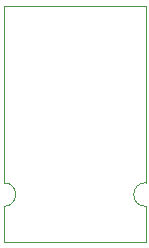
<source format=gbr>
%TF.GenerationSoftware,KiCad,Pcbnew,5.1.8*%
%TF.CreationDate,2020-12-04T00:19:28-05:00*%
%TF.ProjectId,spur,73707572-2e6b-4696-9361-645f70636258,v1.0*%
%TF.SameCoordinates,Original*%
%TF.FileFunction,Profile,NP*%
%FSLAX46Y46*%
G04 Gerber Fmt 4.6, Leading zero omitted, Abs format (unit mm)*
G04 Created by KiCad (PCBNEW 5.1.8) date 2020-12-04 00:19:28*
%MOMM*%
%LPD*%
G01*
G04 APERTURE LIST*
%TA.AperFunction,Profile*%
%ADD10C,0.050000*%
%TD*%
G04 APERTURE END LIST*
D10*
X146000000Y-74000000D02*
X146000000Y-89000000D01*
X134000000Y-74000000D02*
X146000000Y-74000000D01*
X134000000Y-89000000D02*
X134000000Y-74000000D01*
X146000000Y-91000000D02*
G75*
G02*
X146000000Y-89000000I0J1000000D01*
G01*
X134000000Y-89000000D02*
G75*
G02*
X134000000Y-91000000I0J-1000000D01*
G01*
X146000000Y-94000000D02*
X146000000Y-91000000D01*
X134000000Y-94000000D02*
X134000000Y-91000000D01*
X134000000Y-94000000D02*
X146000000Y-94000000D01*
M02*

</source>
